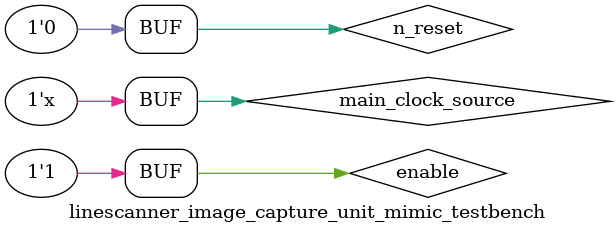
<source format=v>
`timescale 1ns / 1ps

module linescanner_image_capture_unit_mimic_testbench;
    reg enable, main_clock_source, n_reset;
    wire pixel_captured, pixel_clock;
    wire[7:0] pixel_data;

    linescanner_image_capture_unit_mimic l(
        .enable,
        .main_clock_source,
        .n_reset,
        .pixel_data,
        .pixel_captured);

    initial begin
        main_clock_source <= 1'b0;
        n_reset <= 1'b0;
        #25 enable <= 1'b1;
    end
    
    always #10 main_clock_source <= ~main_clock_source;
    
endmodule

</source>
